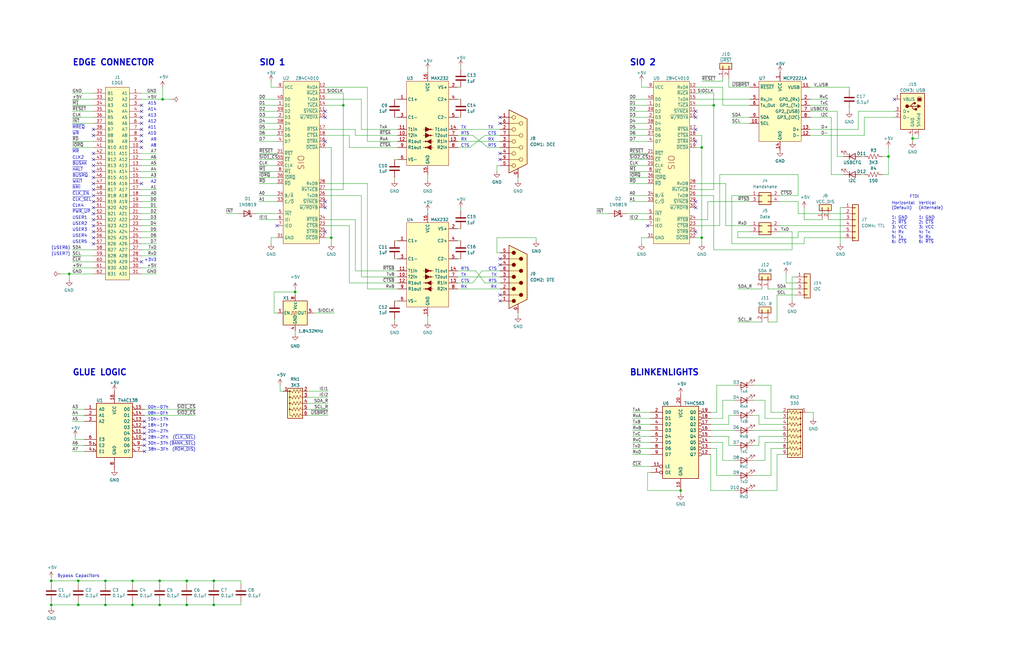
<source format=kicad_sch>
(kicad_sch (version 20211123) (generator eeschema)
  (paper "USLedger")
  (title_block (title "Quad serial card") (date "2023-08-03") (rev "1.1") (company "Frederic Segard") (comment 1 "youtube.com/@microhobbyist.com"))
  (junction (at 78.74 255.27))
  (junction (at 287.02 207.01))
  (junction (at 44.45 245.11))
  (junction (at 55.88 245.11))
  (junction (at 90.17 255.27))
  (junction (at 29.21 115.57))
  (junction (at 21.59 245.11))
  (junction (at 374.65 66.04))
  (junction (at 90.17 245.11))
  (junction (at 44.45 255.27))
  (junction (at 144.78 44.45))
  (junction (at 78.74 245.11))
  (junction (at 124.46 123.19))
  (junction (at 68.58 41.91))
  (junction (at 33.02 245.11))
  (junction (at 295.91 62.23))
  (junction (at 21.59 255.27))
  (junction (at 300.99 44.45))
  (junction (at 67.31 255.27))
  (junction (at 67.31 245.11))
  (junction (at 139.7 100.33))
  (junction (at 33.02 255.27))
  (junction (at 384.81 58.42))
  (junction (at 295.91 100.33))
  (junction (at 55.88 255.27))
  (no_connect (at 377.19 41.91))
  (no_connect (at 59.69 44.45))
  (no_connect (at 39.37 74.93))
  (no_connect (at 39.37 64.77))
  (no_connect (at 59.69 49.53))
  (no_connect (at 60.96 190.5))
  (no_connect (at 59.69 46.99))
  (no_connect (at 137.16 59.69))
  (no_connect (at 293.37 54.61))
  (no_connect (at 39.37 77.47))
  (no_connect (at 39.37 95.25))
  (no_connect (at 210.82 127))
  (no_connect (at 59.69 52.07))
  (no_connect (at 293.37 87.63))
  (no_connect (at 210.82 109.22))
  (no_connect (at 293.37 49.53))
  (no_connect (at 293.37 59.69))
  (no_connect (at 293.37 85.09))
  (no_connect (at 39.37 69.85))
  (no_connect (at 39.37 90.17))
  (no_connect (at 60.96 182.88))
  (no_connect (at 59.69 54.61))
  (no_connect (at 59.69 59.69))
  (no_connect (at 210.82 52.07))
  (no_connect (at 137.16 97.79))
  (no_connect (at 39.37 54.61))
  (no_connect (at 210.82 67.31))
  (no_connect (at 39.37 82.55))
  (no_connect (at 59.69 110.49))
  (no_connect (at 59.69 57.15))
  (no_connect (at 210.82 111.76))
  (no_connect (at 60.96 185.42))
  (no_connect (at 137.16 87.63))
  (no_connect (at 293.37 46.99))
  (no_connect (at 137.16 49.53))
  (no_connect (at 210.82 64.77))
  (no_connect (at 60.96 187.96))
  (no_connect (at 273.05 95.25))
  (no_connect (at 137.16 46.99))
  (no_connect (at 39.37 102.87))
  (no_connect (at 39.37 92.71))
  (no_connect (at 39.37 100.33))
  (no_connect (at 39.37 85.09))
  (no_connect (at 39.37 97.79))
  (no_connect (at 116.84 95.25))
  (no_connect (at 293.37 97.79))
  (no_connect (at 59.69 62.23))
  (no_connect (at 210.82 124.46))
  (no_connect (at 39.37 87.63))
  (no_connect (at 137.16 85.09))
  (no_connect (at 60.96 177.8))
  (no_connect (at 59.69 77.47))
  (no_connect (at 39.37 67.31))
  (no_connect (at 39.37 72.39))
  (no_connect (at 39.37 80.01))
  (no_connect (at 60.96 180.34))
  (no_connect (at 210.82 49.53))
  (no_connect (at 39.37 57.15))
  (wire (pts (xy 115.57 132.08) (xy 116.84 132.08)))
  (wire (pts (xy 30.48 39.37) (xy 39.37 39.37)))
  (wire (pts (xy 265.43 52.07) (xy 273.05 52.07)))
  (wire (pts (xy 293.37 100.33) (xy 295.91 100.33)))
  (wire (pts (xy 273.05 199.39) (xy 273.05 207.01)))
  (wire (pts (xy 124.46 123.19) (xy 124.46 124.46)))
  (wire (pts (xy 353.06 66.04) (xy 355.6 66.04)))
  (wire (pts (xy 316.23 85.09) (xy 298.45 85.09)))
  (wire (pts (xy 193.04 114.3) (xy 200.66 114.3)))
  (wire (pts (xy 265.43 44.45) (xy 273.05 44.45)))
  (wire (pts (xy 200.66 114.3) (xy 204.47 119.38)))
  (wire (pts (xy 137.16 80.01) (xy 144.78 80.01)))
  (wire (pts (xy 299.72 179.07) (xy 307.34 179.07)))
  (wire (pts (xy 59.69 95.25) (xy 66.04 95.25)))
  (wire (pts (xy 335.28 116.84) (xy 334.01 116.84)))
  (wire (pts (xy 320.04 179.07) (xy 320.04 175.26)))
  (wire (pts (xy 218.44 132.08) (xy 218.44 133.35)))
  (wire (pts (xy 180.34 29.21) (xy 180.34 30.48)))
  (wire (pts (xy 307.34 36.83) (xy 316.23 36.83)))
  (wire (pts (xy 147.32 95.25) (xy 147.32 119.38)))
  (wire (pts (xy 137.16 57.15) (xy 147.32 57.15)))
  (wire (pts (xy 218.44 74.93) (xy 218.44 76.2)))
  (wire (pts (xy 226.06 100.33) (xy 209.55 100.33)))
  (wire (pts (xy 328.93 82.55) (xy 336.55 82.55)))
  (wire (pts (xy 109.22 67.31) (xy 116.84 67.31)))
  (wire (pts (xy 304.8 36.83) (xy 293.37 36.83)))
  (wire (pts (xy 55.88 254) (xy 55.88 255.27)))
  (wire (pts (xy 137.16 100.33) (xy 139.7 100.33)))
  (wire (pts (xy 101.6 254) (xy 101.6 255.27)))
  (wire (pts (xy 307.34 175.26) (xy 309.88 175.26)))
  (wire (pts (xy 193.04 59.69) (xy 210.82 59.69)))
  (wire (pts (xy 147.32 62.23) (xy 147.32 57.15)))
  (wire (pts (xy 101.6 245.11) (xy 90.17 245.11)))
  (wire (pts (xy 307.34 179.07) (xy 307.34 175.26)))
  (wire (pts (xy 59.69 105.41) (xy 66.04 105.41)))
  (wire (pts (xy 90.17 255.27) (xy 101.6 255.27)))
  (wire (pts (xy 59.69 69.85) (xy 66.04 69.85)))
  (wire (pts (xy 21.59 254) (xy 21.59 255.27)))
  (wire (pts (xy 358.14 36.83) (xy 341.63 36.83)))
  (wire (pts (xy 325.12 173.99) (xy 325.12 162.56)))
  (wire (pts (xy 67.31 245.11) (xy 55.88 245.11)))
  (wire (pts (xy 109.22 82.55) (xy 116.84 82.55)))
  (wire (pts (xy 273.05 199.39) (xy 274.32 199.39)))
  (wire (pts (xy 137.16 41.91) (xy 152.4 41.91)))
  (wire (pts (xy 293.37 44.45) (xy 300.99 44.45)))
  (wire (pts (xy 29.21 115.57) (xy 39.37 115.57)))
  (wire (pts (xy 341.63 49.53) (xy 350.52 49.53)))
  (wire (pts (xy 265.43 77.47) (xy 273.05 77.47)))
  (wire (pts (xy 144.78 44.45) (xy 144.78 80.01)))
  (wire (pts (xy 193.04 62.23) (xy 198.12 62.23)))
  (wire (pts (xy 193.04 54.61) (xy 210.82 54.61)))
  (wire (pts (xy 114.3 100.33) (xy 114.3 102.87)))
  (wire (pts (xy 266.7 189.23) (xy 274.32 189.23)))
  (wire (pts (xy 350.52 73.66) (xy 355.6 73.66)))
  (wire (pts (xy 307.34 184.15) (xy 307.34 187.96)))
  (wire (pts (xy 33.02 245.11) (xy 21.59 245.11)))
  (wire (pts (xy 31.75 185.42) (xy 35.56 185.42)))
  (wire (pts (xy 193.04 119.38) (xy 199.39 119.38)))
  (wire (pts (xy 109.22 41.91) (xy 116.84 41.91)))
  (wire (pts (xy 384.81 58.42) (xy 384.81 59.69)))
  (wire (pts (xy 325.12 162.56) (xy 317.5 162.56)))
  (wire (pts (xy 304.8 186.69) (xy 304.8 194.31)))
  (wire (pts (xy 193.04 101.6) (xy 194.31 101.6)))
  (wire (pts (xy 137.16 39.37) (xy 144.78 39.37)))
  (wire (pts (xy 341.63 41.91) (xy 349.25 41.91)))
  (wire (pts (xy 109.22 64.77) (xy 116.84 64.77)))
  (wire (pts (xy 361.95 46.99) (xy 377.19 46.99)))
  (wire (pts (xy 320.04 187.96) (xy 317.5 187.96)))
  (wire (pts (xy 358.14 36.83) (xy 358.14 38.1)))
  (wire (pts (xy 59.69 102.87) (xy 66.04 102.87)))
  (wire (pts (xy 266.7 176.53) (xy 274.32 176.53)))
  (wire (pts (xy 44.45 255.27) (xy 55.88 255.27)))
  (wire (pts (xy 316.23 95.25) (xy 306.07 95.25)))
  (wire (pts (xy 59.69 92.71) (xy 66.04 92.71)))
  (wire (pts (xy 90.17 254) (xy 90.17 255.27)))
  (wire (pts (xy 67.31 246.38) (xy 67.31 245.11)))
  (wire (pts (xy 30.48 44.45) (xy 39.37 44.45)))
  (wire (pts (xy 129.54 165.1) (xy 138.43 165.1)))
  (wire (pts (xy 336.55 100.33) (xy 336.55 97.79)))
  (wire (pts (xy 336.55 85.09) (xy 336.55 90.17)))
  (wire (pts (xy 33.02 255.27) (xy 44.45 255.27)))
  (wire (pts (xy 167.64 62.23) (xy 147.32 62.23)))
  (wire (pts (xy 308.61 49.53) (xy 316.23 49.53)))
  (wire (pts (xy 226.06 101.6) (xy 226.06 100.33)))
  (wire (pts (xy 321.31 135.89) (xy 311.15 135.89)))
  (wire (pts (xy 384.81 57.15) (xy 384.81 58.42)))
  (wire (pts (xy 295.91 100.33) (xy 295.91 102.87)))
  (wire (pts (xy 59.69 100.33) (xy 66.04 100.33)))
  (wire (pts (xy 30.48 59.69) (xy 39.37 59.69)))
  (wire (pts (xy 55.88 255.27) (xy 67.31 255.27)))
  (wire (pts (xy 152.4 41.91) (xy 152.4 54.61)))
  (wire (pts (xy 209.55 69.85) (xy 209.55 72.39)))
  (wire (pts (xy 78.74 255.27) (xy 90.17 255.27)))
  (wire (pts (xy 265.43 67.31) (xy 273.05 67.31)))
  (wire (pts (xy 328.93 95.25) (xy 355.6 95.25)))
  (wire (pts (xy 149.86 92.71) (xy 149.86 114.3)))
  (wire (pts (xy 67.31 254) (xy 67.31 255.27)))
  (wire (pts (xy 341.63 44.45) (xy 349.25 44.45)))
  (wire (pts (xy 59.69 41.91) (xy 68.58 41.91)))
  (wire (pts (xy 287.02 207.01) (xy 287.02 208.28)))
  (wire (pts (xy 273.05 36.83) (xy 270.51 36.83)))
  (wire (pts (xy 322.58 176.53) (xy 322.58 168.91)))
  (wire (pts (xy 124.46 121.92) (xy 124.46 123.19)))
  (wire (pts (xy 180.34 88.9) (xy 180.34 90.17)))
  (wire (pts (xy 264.16 90.17) (xy 273.05 90.17)))
  (wire (pts (xy 273.05 92.71) (xy 265.43 92.71)))
  (wire (pts (xy 30.48 177.8) (xy 35.56 177.8)))
  (wire (pts (xy 167.64 57.15) (xy 149.86 57.15)))
  (wire (pts (xy 306.07 77.47) (xy 293.37 77.47)))
  (wire (pts (xy 265.43 46.99) (xy 273.05 46.99)))
  (wire (pts (xy 193.04 36.83) (xy 194.31 36.83)))
  (wire (pts (xy 44.45 245.11) (xy 33.02 245.11)))
  (wire (pts (xy 109.22 74.93) (xy 116.84 74.93)))
  (wire (pts (xy 270.51 100.33) (xy 270.51 102.87)))
  (wire (pts (xy 101.6 246.38) (xy 101.6 245.11)))
  (wire (pts (xy 198.12 62.23) (xy 204.47 57.15)))
  (wire (pts (xy 21.59 255.27) (xy 33.02 255.27)))
  (wire (pts (xy 334.01 116.84) (xy 334.01 127)))
  (wire (pts (xy 320.04 175.26) (xy 317.5 175.26)))
  (wire (pts (xy 124.46 123.19) (xy 115.57 123.19)))
  (wire (pts (xy 299.72 189.23) (xy 302.26 189.23)))
  (wire (pts (xy 335.28 121.92) (xy 323.85 121.92)))
  (wire (pts (xy 204.47 119.38) (xy 210.82 119.38)))
  (wire (pts (xy 266.7 186.69) (xy 274.32 186.69)))
  (wire (pts (xy 21.59 245.11) (xy 21.59 246.38)))
  (wire (pts (xy 59.69 90.17) (xy 66.04 90.17)))
  (wire (pts (xy 209.55 100.33) (xy 209.55 106.68)))
  (wire (pts (xy 303.53 73.66) (xy 303.53 95.25)))
  (wire (pts (xy 109.22 46.99) (xy 116.84 46.99)))
  (wire (pts (xy 336.55 82.55) (xy 336.55 73.66)))
  (wire (pts (xy 387.35 58.42) (xy 384.81 58.42)))
  (wire (pts (xy 109.22 77.47) (xy 116.84 77.47)))
  (wire (pts (xy 193.04 109.22) (xy 194.31 109.22)))
  (wire (pts (xy 118.11 162.56) (xy 118.11 165.1)))
  (wire (pts (xy 336.55 90.17) (xy 355.6 90.17)))
  (wire (pts (xy 321.31 121.92) (xy 311.15 121.92)))
  (wire (pts (xy 304.8 34.29) (xy 304.8 33.02)))
  (wire (pts (xy 316.23 44.45) (xy 304.8 44.45)))
  (wire (pts (xy 336.55 97.79) (xy 355.6 97.79)))
  (wire (pts (xy 166.37 109.22) (xy 167.64 109.22)))
  (wire (pts (xy 330.2 189.23) (xy 325.12 189.23)))
  (wire (pts (xy 265.43 59.69) (xy 273.05 59.69)))
  (wire (pts (xy 311.15 97.79) (xy 316.23 97.79)))
  (wire (pts (xy 210.82 69.85) (xy 209.55 69.85)))
  (wire (pts (xy 358.14 45.72) (xy 358.14 46.99)))
  (wire (pts (xy 109.22 85.09) (xy 116.84 85.09)))
  (wire (pts (xy 166.37 67.31) (xy 167.64 67.31)))
  (wire (pts (xy 363.22 73.66) (xy 364.49 73.66)))
  (wire (pts (xy 330.2 173.99) (xy 325.12 173.99)))
  (wire (pts (xy 266.7 191.77) (xy 274.32 191.77)))
  (wire (pts (xy 341.63 46.99) (xy 353.06 46.99)))
  (wire (pts (xy 90.17 246.38) (xy 90.17 245.11)))
  (wire (pts (xy 129.54 172.72) (xy 138.43 172.72)))
  (wire (pts (xy 293.37 80.01) (xy 300.99 80.01)))
  (wire (pts (xy 129.54 175.26) (xy 138.43 175.26)))
  (wire (pts (xy 78.74 254) (xy 78.74 255.27)))
  (wire (pts (xy 21.59 255.27) (xy 21.59 256.54)))
  (wire (pts (xy 44.45 246.38) (xy 44.45 245.11)))
  (wire (pts (xy 266.7 173.99) (xy 274.32 173.99)))
  (wire (pts (xy 266.7 181.61) (xy 274.32 181.61)))
  (wire (pts (xy 299.72 191.77) (xy 299.72 207.01)))
  (wire (pts (xy 115.57 123.19) (xy 115.57 132.08)))
  (wire (pts (xy 30.48 172.72) (xy 35.56 172.72)))
  (wire (pts (xy 154.94 121.92) (xy 167.64 121.92)))
  (wire (pts (xy 361.95 54.61) (xy 361.95 46.99)))
  (wire (pts (xy 193.04 49.53) (xy 194.31 49.53)))
  (wire (pts (xy 78.74 246.38) (xy 78.74 245.11)))
  (wire (pts (xy 327.66 191.77) (xy 327.66 207.01)))
  (wire (pts (xy 194.31 87.63) (xy 194.31 88.9)))
  (wire (pts (xy 109.22 49.53) (xy 116.84 49.53)))
  (wire (pts (xy 353.06 46.99) (xy 353.06 66.04)))
  (wire (pts (xy 194.31 27.94) (xy 194.31 29.21)))
  (wire (pts (xy 209.55 106.68) (xy 210.82 106.68)))
  (wire (pts (xy 265.43 57.15) (xy 273.05 57.15)))
  (wire (pts (xy 364.49 57.15) (xy 364.49 49.53)))
  (wire (pts (xy 59.69 64.77) (xy 66.04 64.77)))
  (wire (pts (xy 210.82 62.23) (xy 205.74 62.23)))
  (wire (pts (xy 129.54 167.64) (xy 138.43 167.64)))
  (wire (pts (xy 166.37 127) (xy 167.64 127)))
  (wire (pts (xy 137.16 82.55) (xy 152.4 82.55)))
  (wire (pts (xy 265.43 49.53) (xy 273.05 49.53)))
  (wire (pts (xy 137.16 77.47) (xy 154.94 77.47)))
  (wire (pts (xy 193.04 96.52) (xy 194.31 96.52)))
  (wire (pts (xy 166.37 49.53) (xy 167.64 49.53)))
  (wire (pts (xy 302.26 189.23) (xy 302.26 200.66)))
  (wire (pts (xy 33.02 254) (xy 33.02 255.27)))
  (wire (pts (xy 59.69 74.93) (xy 66.04 74.93)))
  (wire (pts (xy 317.5 181.61) (xy 330.2 181.61)))
  (wire (pts (xy 374.65 62.23) (xy 374.65 66.04)))
  (wire (pts (xy 304.8 176.53) (xy 304.8 168.91)))
  (wire (pts (xy 30.48 175.26) (xy 35.56 175.26)))
  (wire (pts (xy 265.43 74.93) (xy 273.05 74.93)))
  (wire (pts (xy 299.72 181.61) (xy 309.88 181.61)))
  (wire (pts (xy 330.2 186.69) (xy 322.58 186.69)))
  (wire (pts (xy 299.72 184.15) (xy 307.34 184.15)))
  (wire (pts (xy 166.37 41.91) (xy 167.64 41.91)))
  (wire (pts (xy 154.94 77.47) (xy 154.94 121.92)))
  (wire (pts (xy 331.47 115.57) (xy 331.47 119.38)))
  (wire (pts (xy 265.43 69.85) (xy 273.05 69.85)))
  (wire (pts (xy 29.21 115.57) (xy 29.21 118.11)))
  (wire (pts (xy 316.23 82.55) (xy 308.61 82.55)))
  (wire (pts (xy 323.85 135.89) (xy 327.66 135.89)))
  (wire (pts (xy 339.09 102.87) (xy 339.09 100.33)))
  (wire (pts (xy 303.53 95.25) (xy 293.37 95.25)))
  (wire (pts (xy 35.56 187.96) (xy 30.48 187.96)))
  (wire (pts (xy 59.69 87.63) (xy 66.04 87.63)))
  (wire (pts (xy 152.4 116.84) (xy 167.64 116.84)))
  (wire (pts (xy 327.66 135.89) (xy 327.66 124.46)))
  (wire (pts (xy 304.8 44.45) (xy 304.8 36.83)))
  (wire (pts (xy 306.07 95.25) (xy 306.07 77.47)))
  (wire (pts (xy 372.11 73.66) (xy 374.65 73.66)))
  (wire (pts (xy 60.96 175.26) (xy 82.55 175.26)))
  (wire (pts (xy 302.26 200.66) (xy 309.88 200.66)))
  (wire (pts (xy 116.84 100.33) (xy 114.3 100.33)))
  (wire (pts (xy 59.69 113.03) (xy 66.04 113.03)))
  (wire (pts (xy 307.34 33.02) (xy 307.34 36.83)))
  (wire (pts (xy 59.69 85.09) (xy 66.04 85.09)))
  (wire (pts (xy 335.28 119.38) (xy 331.47 119.38)))
  (wire (pts (xy 265.43 85.09) (xy 273.05 85.09)))
  (wire (pts (xy 59.69 39.37) (xy 66.04 39.37)))
  (wire (pts (xy 25.4 115.57) (xy 29.21 115.57)))
  (wire (pts (xy 330.2 176.53) (xy 322.58 176.53)))
  (wire (pts (xy 265.43 54.61) (xy 273.05 54.61)))
  (wire (pts (xy 166.37 74.93) (xy 166.37 76.2)))
  (wire (pts (xy 300.99 105.41) (xy 300.99 82.55)))
  (wire (pts (xy 193.04 57.15) (xy 199.39 57.15)))
  (wire (pts (xy 109.22 57.15) (xy 116.84 57.15)))
  (wire (pts (xy 341.63 57.15) (xy 364.49 57.15)))
  (wire (pts (xy 325.12 200.66) (xy 317.5 200.66)))
  (wire (pts (xy 59.69 72.39) (xy 66.04 72.39)))
  (wire (pts (xy 328.93 97.79) (xy 334.01 97.79)))
  (wire (pts (xy 90.17 245.11) (xy 78.74 245.11)))
  (wire (pts (xy 149.86 54.61) (xy 137.16 54.61)))
  (wire (pts (xy 68.58 36.83) (xy 68.58 41.91)))
  (wire (pts (xy 339.09 87.63) (xy 339.09 92.71)))
  (wire (pts (xy 193.04 121.92) (xy 210.82 121.92)))
  (wire (pts (xy 265.43 72.39) (xy 273.05 72.39)))
  (wire (pts (xy 137.16 36.83) (xy 154.94 36.83)))
  (wire (pts (xy 346.71 92.71) (xy 339.09 92.71)))
  (wire (pts (xy 293.37 41.91) (xy 316.23 41.91)))
  (wire (pts (xy 180.34 135.89) (xy 180.34 133.35)))
  (wire (pts (xy 251.46 90.17) (xy 256.54 90.17)))
  (wire (pts (xy 55.88 245.11) (xy 44.45 245.11)))
  (wire (pts (xy 204.47 57.15) (xy 210.82 57.15)))
  (wire (pts (xy 334.01 105.41) (xy 300.99 105.41)))
  (wire (pts (xy 302.26 162.56) (xy 309.88 162.56)))
  (wire (pts (xy 137.16 92.71) (xy 149.86 92.71)))
  (wire (pts (xy 147.32 119.38) (xy 167.64 119.38)))
  (wire (pts (xy 330.2 179.07) (xy 320.04 179.07)))
  (wire (pts (xy 293.37 57.15) (xy 295.91 57.15)))
  (wire (pts (xy 266.7 196.85) (xy 274.32 196.85)))
  (wire (pts (xy 300.99 39.37) (xy 300.99 44.45)))
  (wire (pts (xy 137.16 44.45) (xy 144.78 44.45)))
  (wire (pts (xy 114.3 34.29) (xy 114.3 36.83)))
  (wire (pts (xy 354.33 87.63) (xy 354.33 102.87)))
  (wire (pts (xy 265.43 41.91) (xy 273.05 41.91)))
  (wire (pts (xy 299.72 176.53) (xy 304.8 176.53)))
  (wire (pts (xy 60.96 172.72) (xy 82.55 172.72)))
  (wire (pts (xy 152.4 82.55) (xy 152.4 116.84)))
  (wire (pts (xy 116.84 92.71) (xy 109.22 92.71)))
  (wire (pts (xy 299.72 186.69) (xy 304.8 186.69)))
  (wire (pts (xy 295.91 62.23) (xy 295.91 100.33)))
  (wire (pts (xy 298.45 85.09) (xy 298.45 92.71)))
  (wire (pts (xy 30.48 190.5) (xy 35.56 190.5)))
  (wire (pts (xy 109.22 44.45) (xy 116.84 44.45)))
  (wire (pts (xy 304.8 168.91) (xy 309.88 168.91)))
  (wire (pts (xy 320.04 184.15) (xy 320.04 187.96)))
  (wire (pts (xy 132.08 132.08) (xy 140.97 132.08)))
  (wire (pts (xy 193.04 116.84) (xy 210.82 116.84)))
  (wire (pts (xy 273.05 100.33) (xy 270.51 100.33)))
  (wire (pts (xy 325.12 189.23) (xy 325.12 200.66)))
  (wire (pts (xy 364.49 49.53) (xy 377.19 49.53)))
  (wire (pts (xy 78.74 245.11) (xy 67.31 245.11)))
  (wire (pts (xy 299.72 173.99) (xy 302.26 173.99)))
  (wire (pts (xy 327.66 207.01) (xy 317.5 207.01)))
  (wire (pts (xy 307.34 187.96) (xy 309.88 187.96)))
  (wire (pts (xy 265.43 64.77) (xy 273.05 64.77)))
  (wire (pts (xy 149.86 57.15) (xy 149.86 54.61)))
  (wire (pts (xy 30.48 52.07) (xy 39.37 52.07)))
  (wire (pts (xy 59.69 107.95) (xy 66.04 107.95)))
  (wire (pts (xy 266.7 179.07) (xy 274.32 179.07)))
  (wire (pts (xy 300.99 82.55) (xy 293.37 82.55)))
  (wire (pts (xy 287.02 207.01) (xy 273.05 207.01)))
  (wire (pts (xy 339.09 100.33) (xy 355.6 100.33)))
  (wire (pts (xy 139.7 100.33) (xy 139.7 102.87)))
  (wire (pts (xy 149.86 114.3) (xy 167.64 114.3)))
  (wire (pts (xy 293.37 62.23) (xy 295.91 62.23)))
  (wire (pts (xy 30.48 62.23) (xy 39.37 62.23)))
  (wire (pts (xy 322.58 194.31) (xy 317.5 194.31)))
  (wire (pts (xy 293.37 39.37) (xy 300.99 39.37)))
  (wire (pts (xy 166.37 101.6) (xy 167.64 101.6)))
  (wire (pts (xy 31.75 184.15) (xy 31.75 185.42)))
  (wire (pts (xy 374.65 73.66) (xy 374.65 66.04)))
  (wire (pts (xy 299.72 207.01) (xy 309.88 207.01)))
  (wire (pts (xy 327.66 124.46) (xy 335.28 124.46)))
  (wire (pts (xy 59.69 115.57) (xy 66.04 115.57)))
  (wire (pts (xy 193.04 41.91) (xy 194.31 41.91)))
  (wire (pts (xy 118.11 165.1) (xy 119.38 165.1)))
  (wire (pts (xy 109.22 52.07) (xy 116.84 52.07)))
  (wire (pts (xy 152.4 54.61) (xy 167.64 54.61)))
  (wire (pts (xy 355.6 87.63) (xy 354.33 87.63)))
  (wire (pts (xy 95.25 90.17) (xy 100.33 90.17)))
  (wire (pts (xy 30.48 105.41) (xy 39.37 105.41)))
  (wire (pts (xy 308.61 52.07) (xy 316.23 52.07)))
  (wire (pts (xy 107.95 90.17) (xy 116.84 90.17)))
  (wire (pts (xy 33.02 246.38) (xy 33.02 245.11)))
  (wire (pts (xy 300.99 44.45) (xy 300.99 80.01)))
  (wire (pts (xy 203.2 114.3) (xy 199.39 119.38)))
  (wire (pts (xy 210.82 114.3) (xy 203.2 114.3)))
  (wire (pts (xy 364.49 66.04) (xy 363.22 66.04)))
  (wire (pts (xy 304.8 194.31) (xy 309.88 194.31)))
  (wire (pts (xy 336.55 73.66) (xy 303.53 73.66)))
  (wire (pts (xy 129.54 170.18) (xy 138.43 170.18)))
  (wire (pts (xy 59.69 82.55) (xy 66.04 82.55)))
  (wire (pts (xy 180.34 76.2) (xy 180.34 73.66)))
  (wire (pts (xy 322.58 186.69) (xy 322.58 194.31)))
  (wire (pts (xy 308.61 82.55) (xy 308.61 102.87)))
  (wire (pts (xy 298.45 92.71) (xy 293.37 92.71)))
  (wire (pts (xy 340.36 173.99) (xy 342.9 173.99)))
  (wire (pts (xy 334.01 97.79) (xy 334.01 105.41)))
  (wire (pts (xy 21.59 243.84) (xy 21.59 245.11)))
  (wire (pts (xy 295.91 57.15) (xy 295.91 62.23)))
  (wire (pts (xy 137.16 95.25) (xy 147.32 95.25)))
  (wire (pts (xy 322.58 168.91) (xy 317.5 168.91)))
  (wire (pts (xy 342.9 173.99) (xy 342.9 176.53)))
  (wire (pts (xy 341.63 54.61) (xy 361.95 54.61)))
  (wire (pts (xy 44.45 254) (xy 44.45 255.27)))
  (wire (pts (xy 139.7 62.23) (xy 139.7 100.33)))
  (wire (pts (xy 30.48 41.91) (xy 39.37 41.91)))
  (wire (pts (xy 109.22 59.69) (xy 116.84 59.69)))
  (wire (pts (xy 308.61 102.87) (xy 339.09 102.87)))
  (wire (pts (xy 270.51 34.29) (xy 270.51 36.83)))
  (wire (pts (xy 116.84 36.83) (xy 114.3 36.83)))
  (wire (pts (xy 387.35 57.15) (xy 387.35 58.42)))
  (wire (pts (xy 311.15 97.79) (xy 311.15 100.33)))
  (wire (pts (xy 137.16 62.23) (xy 139.7 62.23)))
  (wire (pts (xy 30.48 110.49) (xy 39.37 110.49)))
  (wire (pts (xy 144.78 39.37) (xy 144.78 44.45)))
  (wire (pts (xy 30.48 46.99) (xy 39.37 46.99)))
  (wire (pts (xy 109.22 54.61) (xy 116.84 54.61)))
  (wire (pts (xy 55.88 246.38) (xy 55.88 245.11)))
  (wire (pts (xy 72.39 41.91) (xy 68.58 41.91)))
  (wire (pts (xy 154.94 59.69) (xy 154.94 36.83)))
  (wire (pts (xy 166.37 134.62) (xy 166.37 135.89)))
  (wire (pts (xy 59.69 97.79) (xy 66.04 97.79)))
  (wire (pts (xy 349.25 92.71) (xy 355.6 92.71)))
  (wire (pts (xy 330.2 191.77) (xy 327.66 191.77)))
  (wire (pts (xy 311.15 100.33) (xy 336.55 100.33)))
  (wire (pts (xy 109.22 69.85) (xy 116.84 69.85)))
  (wire (pts (xy 350.52 49.53) (xy 350.52 73.66)))
  (wire (pts (xy 30.48 107.95) (xy 39.37 107.95)))
  (wire (pts (xy 59.69 67.31) (xy 66.04 67.31)))
  (wire (pts (xy 328.93 85.09) (xy 336.55 85.09)))
  (wire (pts (xy 302.26 173.99) (xy 302.26 162.56)))
  (wire (pts (xy 67.31 255.27) (xy 78.74 255.27)))
  (wire (pts (xy 266.7 184.15) (xy 274.32 184.15)))
  (wire (pts (xy 59.69 80.01) (xy 66.04 80.01)))
  (wire (pts (xy 124.46 140.97) (xy 124.46 139.7)))
  (wire (pts (xy 30.48 113.03) (xy 39.37 113.03)))
  (wire (pts (xy 30.48 49.53) (xy 39.37 49.53)))
  (wire (pts (xy 295.91 34.29) (xy 304.8 34.29)))
  (wire (pts (xy 330.2 184.15) (xy 320.04 184.15)))
  (wire (pts (xy 265.43 82.55) (xy 273.05 82.55)))
  (wire (pts (xy 154.94 59.69) (xy 167.64 59.69)))
  (wire (pts (xy 374.65 66.04) (xy 372.11 66.04)))
  (wire (pts (xy 109.22 72.39) (xy 116.84 72.39)))
  (wire (pts (xy 205.74 62.23) (xy 199.39 57.15)))
  (text "CTS" (at 194.31 62.23 0) (effects (font (size 1.27 1.27)) (justify left bottom)))
  (text "08h-0Fh" (at 62.23 175.26 0) (effects (font (size 1.27 1.27)) (justify left bottom)))
  (text "RX" (at 194.31 59.69 0) (effects (font (size 1.27 1.27)) (justify left bottom)))
  (text "USER5" (at 30.4623 102.858 0) (effects (font (size 1.27 1.27)) (justify left bottom)))
  (text "38h-3Fh" (at 71.12 190.5 180) (effects (font (size 1.27 1.27)) (justify right bottom)))
  (text "SIO 1" (at 109.22 27.94 0) (effects (font (size 2.54 2.54) (thickness 0.508) bold) (justify left bottom)))
  (text "GLUE LOGIC" (at 30.48 158.75 0) (effects (font (size 2.54 2.54) (thickness 0.508) bold) (justify left bottom)))
  (text "~{BUSAK}" (at 30.48 69.85 0) (effects (font (size 1.27 1.27)) (justify left bottom)))
  (text "Horizontal\n(Default)\n\n1: GND\n2: ~{RTS}\n3: VCC\n4: Rx\n5: Tx\n6: ~{CTS}" (at 375.92 102.87 0) (effects (font (size 1.27 1.27)) (justify left bottom)))
  (text "(~{CLK_SEL})" (at 82.55 185.42 180) (effects (font (size 1.27 1.27)) (justify right bottom)))
  (text "RX" (at 194.31 121.92 0) (effects (font (size 1.27 1.27)) (justify left bottom)))
  (text "+3V3" (at 66.04 110.49 180) (effects (font (size 1.27 1.27)) (justify right bottom)))
  (text "00h-07h" (at 62.23 172.72 0) (effects (font (size 1.27 1.27)) (justify left bottom)))
  (text "CTS" (at 194.31 119.38 0) (effects (font (size 1.27 1.27)) (justify left bottom)))
  (text "~{WR}" (at 30.48 57.15 0) (effects (font (size 1.27 1.27)) (justify left bottom)))
  (text "A9" (at 66.04 59.69 180) (effects (font (size 1.27 1.27)) (justify right bottom)))
  (text "~{MR}" (at 30.4286 64.7264 0) (effects (font (size 1.27 1.27)) (justify left bottom)))
  (text "SIO 2" (at 265.43 27.94 0) (effects (font (size 2.54 2.54) (thickness 0.508) bold) (justify left bottom)))
  (text "~{MREQ}" (at 30.416 54.5448 0) (effects (font (size 1.27 1.27)) (justify left bottom)))
  (text "EDGE CONNECTOR" (at 30.48 27.94 0) (effects (font (size 2.54 2.54) (thickness 0.508) bold) (justify left bottom)))
  (text "~{HALT}" (at 30.48 72.39 0) (effects (font (size 1.27 1.27)) (justify left bottom)))
  (text "18h-1Fh" (at 62.23 180.34 0) (effects (font (size 1.27 1.27)) (justify left bottom)))
  (text "TX" (at 209.55 116.84 180) (effects (font (size 1.27 1.27)) (justify right bottom)))
  (text "TX" (at 194.31 54.61 0) (effects (font (size 1.27 1.27)) (justify left bottom)))
  (text "(~{BANK_SEL})" (at 82.55 187.96 180) (effects (font (size 1.27 1.27)) (justify right bottom)))
  (text "BLINKENLIGHTS" (at 265.43 158.75 0) (effects (font (size 2.54 2.54) (thickness 0.508) bold) (justify left bottom)))
  (text "RX" (at 205.74 59.69 0) (effects (font (size 1.27 1.27)) (justify left bottom)))
  (text "~{CLK_EN}" (at 30.48 82.55 0) (effects (font (size 1.27 1.27)) (justify left bottom)))
  (text "USER1" (at 30.4623 92.698 0) (effects (font (size 1.27 1.27)) (justify left bottom)))
  (text "~{BUSRQ}" (at 30.48 74.93 0) (effects (font (size 1.27 1.27)) (justify left bottom)))
  (text "CTS" (at 209.55 114.3 180) (effects (font (size 1.27 1.27)) (justify right bottom)))
  (text "RTS" (at 194.31 114.3 0) (effects (font (size 1.27 1.27)) (justify left bottom)))
  (text "~{WAIT}" (at 30.48 77.47 0) (effects (font (size 1.27 1.27)) (justify left bottom)))
  (text "~{PWR_UP}" (at 30.4623 90.1481 0) (effects (font (size 1.27 1.27)) (justify left bottom)))
  (text "~{CLK_SEL}" (at 30.48 85.09 0) (effects (font (size 1.27 1.27)) (justify left bottom)))
  (text "A12" (at 66.04 52.07 180) (effects (font (size 1.27 1.27)) (justify right bottom)))
  (text "A8" (at 66.04 62.23 180) (effects (font (size 1.27 1.27)) (justify right bottom)))
  (text "CTS" (at 205.74 57.15 0) (effects (font (size 1.27 1.27)) (justify left bottom)))
  (text "CLK2" (at 30.48 67.31 0) (effects (font (size 1.27 1.27)) (justify left bottom)))
  (text "RTS" (at 209.55 119.38 180) (effects (font (size 1.27 1.27)) (justify right bottom)))
  (text "30h-37h" (at 71.12 187.96 180) (effects (font (size 1.27 1.27)) (justify right bottom)))
  (text "RTS" (at 194.31 57.15 0) (effects (font (size 1.27 1.27)) (justify left bottom)))
  (text "USER2" (at 30.4623 95.238 0) (effects (font (size 1.27 1.27)) (justify left bottom)))
  (text "RX" (at 209.55 121.92 180) (effects (font (size 1.27 1.27)) (justify right bottom)))
  (text "RTS" (at 205.74 62.23 0) (effects (font (size 1.27 1.27)) (justify left bottom)))
  (text "TX" (at 205.74 54.61 0) (effects (font (size 1.27 1.27)) (justify left bottom)))
  (text "A13" (at 66.04 49.53 180) (effects (font (size 1.27 1.27)) (justify right bottom)))
  (text "(USER6)" (at 21.59 105.41 0) (effects (font (size 1.27 1.27)) (justify left bottom)))
  (text "(~{ROM_DIS})" (at 82.55 190.5 180) (effects (font (size 1.27 1.27)) (justify right bottom)))
  (text "A14" (at 66.04 46.99 180) (effects (font (size 1.27 1.27)) (justify right bottom)))
  (text "10h-17h" (at 62.23 177.8 0) (effects (font (size 1.27 1.27)) (justify left bottom)))
  (text "A10" (at 66.04 57.15 180) (effects (font (size 1.27 1.27)) (justify right bottom)))
  (text "20h-27h" (at 62.23 182.88 0) (effects (font (size 1.27 1.27)) (justify left bottom)))
  (text "USER4" (at 30.4623 100.318 0) (effects (font (size 1.27 1.27)) (justify left bottom)))
  (text "(USER7)" (at 21.59 107.95 0) (effects (font (size 1.27 1.27)) (justify left bottom)))
  (text "USER3" (at 30.4623 97.778 0) (effects (font (size 1.27 1.27)) (justify left bottom)))
  (text "Bypass Capacitors" (at 24.13 243.84 0) (effects (font (size 1.27 1.27)) (justify left bottom)))
  (text "28h-2Fh" (at 71.12 185.42 180) (effects (font (size 1.27 1.27)) (justify right bottom)))
  (text "A2" (at 66.04 77.47 180) (effects (font (size 1.27 1.27)) (justify right bottom)))
  (text "FTDI" (at 383.54 83.82 0) (effects (font (size 1.27 1.27)) (justify left bottom)))
  (text "TX" (at 194.31 116.84 0) (effects (font (size 1.27 1.27)) (justify left bottom)))
  (text "A15" (at 66.04 44.45 180) (effects (font (size 1.27 1.27)) (justify right bottom)))
  (text "CLK4" (at 30.4623 87.5982 0) (effects (font (size 1.27 1.27)) (justify left bottom)))
  (text "~{NMI}" (at 30.4286 79.9485 0) (effects (font (size 1.27 1.27)) (justify left bottom)))
  (text "Vertical\n(Alternate)\n\n1: GND\n2: ~{CTS}\n3: VCC\n4: Tx\n5: Rx\n6: ~{RTS}" (at 387.35 102.87 0) (effects (font (size 1.27 1.27)) (justify left bottom)))
  (text "A11" (at 66.04 54.61 180) (effects (font (size 1.27 1.27)) (justify right bottom)))
  (label "SIOCLK" (at 144.78 39.37 180))
  (label "D7" (at 265.43 59.69 0))
  (label "~{CTSA}" (at 160.02 62.23 0))
  (label "D1" (at 265.43 44.45 0))
  (label "A3" (at 30.48 172.72 0))
  (label "A7" (at 66.04 64.77 180))
  (label "A7" (at 30.48 190.5 0))
  (label "~{SIO2_CS}" (at 82.55 175.26 180))
  (label "+5V" (at 66.04 113.03 180))
  (label "~{RTSB}" (at 166.37 114.3 180))
  (label "~{USBRST}" (at 138.43 175.26 180))
  (label "~{RESET}" (at 295.91 34.29 0))
  (label "A0" (at 109.22 82.55 0))
  (label "~{CTSD}" (at 334.01 82.55 180))
  (label "D0" (at 66.04 85.09 180))
  (label "A6" (at 66.04 67.31 180))
  (label "+5V" (at 30.48 41.91 0))
  (label "~{CTSB}" (at 166.37 119.38 180))
  (label "D4" (at 109.22 52.07 0))
  (label "IEI2" (at 265.43 92.71 0))
  (label "A6" (at 30.48 187.96 0))
  (label "+5V" (at 30.48 113.03 0))
  (label "A1" (at 265.43 85.09 0))
  (label "D4" (at 265.43 52.07 0))
  (label "~{RD}" (at 265.43 77.47 0))
  (label "~{RESET}" (at 109.22 64.77 0))
  (label "A5" (at 30.48 177.8 0))
  (label "GND" (at 30.48 39.37 0))
  (label "A0" (at 66.04 82.55 180))
  (label "GND" (at 66.04 39.37 180))
  (label "TxD" (at 332.74 97.79 180))
  (label "~{USBRST}" (at 308.61 36.83 0))
  (label "A3" (at 66.04 74.93 180))
  (label "~{SIO1_CS}" (at 82.55 172.72 180))
  (label "RxA" (at 160.02 59.69 0))
  (label "SDA_R" (at 138.43 170.18 180))
  (label "D1" (at 109.22 44.45 0))
  (label "D7" (at 66.04 102.87 180))
  (label "TxC" (at 266.7 184.15 0))
  (label "D4" (at 66.04 95.25 180))
  (label "SIOCLK" (at 140.97 132.08 180))
  (label "TxA" (at 160.02 54.61 0))
  (label "USBCFG" (at 349.25 46.99 180))
  (label "TxB" (at 266.7 179.07 0))
  (label "SCL" (at 30.48 107.95 0))
  (label "D1" (at 66.04 87.63 180))
  (label "SCL" (at 308.61 52.07 0))
  (label "D5" (at 66.04 97.79 180))
  (label "~{IORQ}" (at 265.43 74.93 0))
  (label "RxD" (at 311.15 95.25 0))
  (label "SDA" (at 30.48 105.41 0))
  (label "SDA" (at 308.61 49.53 0))
  (label "SCL_R" (at 311.15 135.89 0))
  (label "~{M1}" (at 109.22 72.39 0))
  (label "A4" (at 66.04 72.39 180))
  (label "A1" (at 109.22 85.09 0))
  (label "A5" (at 66.04 69.85 180))
  (label "~{RTSA}" (at 160.02 57.15 0))
  (label "~{INT}" (at 30.48 52.07 0))
  (label "TxB" (at 166.37 116.84 180))
  (label "~{IORQ}" (at 109.22 74.93 0))
  (label "~{RESET}" (at 265.43 64.77 0))
  (label "RxB" (at 266.7 181.61 0))
  (label "GND" (at 30.48 115.57 0))
  (label "IEI2" (at 138.43 167.64 180))
  (label "IEI1" (at 138.43 165.1 180))
  (label "A1" (at 66.04 80.01 180))
  (label "+5V" (at 66.04 41.91 180))
  (label "CLK" (at 30.48 49.53 0))
  (label "A0" (at 265.43 82.55 0))
  (label "D0" (at 109.22 41.91 0))
  (label "~{INT}" (at 95.25 90.17 0))
  (label "TxD" (at 266.7 189.23 0))
  (label "D0" (at 265.43 41.91 0))
  (label "D3" (at 66.04 92.71 180))
  (label "CLK" (at 265.43 69.85 0))
  (label "SDA" (at 327.66 121.92 0))
  (label "SCL" (at 327.66 124.46 0))
  (label "D6" (at 265.43 57.15 0))
  (label "SDA_R" (at 311.15 121.92 0))
  (label "D3" (at 109.22 49.53 0))
  (label "~{RD}" (at 109.22 77.47 0))
  (label "~{M1}" (at 30.48 44.45 0))
  (label "D6" (at 109.22 57.15 0))
  (label "D3" (at 265.43 49.53 0))
  (label "RxA" (at 266.7 176.53 0))
  (label "D-" (at 349.25 57.15 180))
  (label "V_USB" (at 349.25 36.83 180))
  (label "D2" (at 109.22 46.99 0))
  (label "~{CLK}" (at 30.48 110.49 0))
  (label "~{SIO2_CS}" (at 265.43 67.31 0))
  (label "D6" (at 66.04 100.33 180))
  (label "D+" (at 349.25 54.61 180))
  (label "~{RESET}" (at 30.48 46.99 0))
  (label "RxC" (at 349.25 41.91 180))
  (label "~{CLK}" (at 266.7 196.85 0))
  (label "D7" (at 109.22 59.69 0))
  (label "RxB" (at 166.37 121.92 180))
  (label "~{RD}" (at 30.48 59.69 0))
  (label "RxD" (at 266.7 191.77 0))
  (label "IEI1" (at 109.22 92.71 0))
  (label "~{INT}" (at 251.46 90.17 0))
  (label "RxC" (at 266.7 186.69 0))
  (label "D5" (at 109.22 54.61 0))
  (label "~{M1}" (at 265.43 72.39 0))
  (label "SIOCLK" (at 300.99 39.37 180))
  (label "TxD" (at 66.04 105.41 180))
  (label "D2" (at 66.04 90.17 180))
  (label "TxC" (at 349.25 44.45 180))
  (label "RxD" (at 66.04 107.95 180))
  (label "I2C" (at 349.25 49.53 180))
  (label "~{IORQ}" (at 30.48 62.23 0))
  (label "GND" (at 66.04 115.57 180))
  (label "A4" (at 30.48 175.26 0))
  (label "~{RTSD}" (at 311.15 85.09 0))
  (label "CLK" (at 109.22 69.85 0))
  (label "D2" (at 265.43 46.99 0))
  (label "~{SIO1_CS}" (at 109.22 67.31 0))
  (label "SCL_R" (at 138.43 172.72 180))
  (label "D5" (at 265.43 54.61 0))
  (label "TxA" (at 266.7 173.99 0))
  (symbol (lib_id "0 - Library:ISA_CARD_CONNECTOR") (at 49.53 36.83 0) (unit 1)
    (property "Reference" "J1" (at 49.53 32.639 0))
    (property "Value" "EDGE" (at 49.53 34.9504 0))
    (property "Footprint" "0 - Library:BUS_XT" (effects hide))
    (property "Datasheet" "https://www.te.com/commerce/DocumentDelivery/DDEController?Action=showdoc&DocId=Customer+Drawing%7F5530843%7FF8%7Fpdf%7FEnglish%7FENG_CD_5530843_F8.pdf%7F6-5530843-5" (effects hide))
    (property "Description" "Standard Card Edge Connectors 100 VRT 062DP" (effects hide))
    (property "Height" "15.494" (effects hide))
    (property "Mouser Part Number" "571-6-5530843-5" (effects hide))
    (property "Mouser Price/Stock" "https://www.mouser.co.uk/ProductDetail/TE-Connectivity/6-5530843-5?qs=X1mjqRbeMc4evMKvgkFEjA%3D%3D" (effects hide))
    (property "Manufacturer_Name" "TE Connectivity" (effects hide))
    (property "Manufacturer_Part_Number" "6-5530843-5" (effects hide))
  )
  (symbol (lib_id "power:GND") (at 114.3 102.87 0) (unit 1)
    (property "Reference" "#PWR010" (effects hide))
    (property "Value" "GND" (at 114.3 107.3134 0))
  )
  (symbol (lib_id "Device:C") (at 67.31 250.19 0) (unit 1)
    (property "Reference" "C5" (at 70.231 249.0216 0) (effects (justify left)))
    (property "Value" "0.1µF" (at 70.231 251.333 0) (effects (justify left)))
    (property "Footprint" "Capacitor_THT:C_Disc_D3.0mm_W1.6mm_P2.50mm" (effects hide))
  )
  (symbol (lib_id "Connector_Generic:Conn_01x02") (at 346.71 87.63 90) (unit 1)
    (property "Reference" "J6" (at 347.98 82.55 90))
    (property "Value" "VCC_DIS" (at 347.98 85.09 90))
    (property "Footprint" "Connector_PinHeader_2.54mm:PinHeader_1x02_P2.54mm_Vertical" (effects hide))
  )
  (symbol (lib_id "power:GND") (at 166.37 135.89 0) (unit 1)
    (property "Reference" "#PWR015" (effects hide))
    (property "Value" "GND" (at 166.37 140.3334 0))
  )
  (symbol (lib_id "0 - Library:74HC563") (at 287.02 186.69 0) (unit 1)
    (property "Reference" "U6" (at 279.4 170.18 0) (effects (justify left)))
    (property "Value" "74HC563" (at 288.29 170.18 0) (effects (justify left)))
    (property "Footprint" "Package_DIP:DIP-20_W7.62mm_Socket" (effects hide))
    (property "Datasheet" "74xx/74hc573.pdf" (effects hide))
  )
  (symbol (lib_id "Device:LED") (at 313.69 162.56 180) (unit 1)
    (property "Reference" "D3" (at 311.785 161.29 0) (effects (justify left)))
    (property "Value" "TxA" (at 313.69 165.1 0))
    (property "Footprint" "LED_THT:LED_D3.0mm_Horizontal_O1.27mm_Z2.0mm_Clear" (effects hide))
  )
  (symbol (lib_id "power:GND") (at 180.34 135.89 0) (unit 1)
    (property "Reference" "#PWR020" (effects hide))
    (property "Value" "GND" (at 180.34 140.3334 0))
  )
  (symbol (lib_id "Device:C") (at 101.6 250.19 0) (unit 1)
    (property "Reference" "C8" (at 104.521 249.0216 0) (effects (justify left)))
    (property "Value" "0.1µF" (at 104.521 251.333 0) (effects (justify left)))
    (property "Footprint" "Capacitor_THT:C_Disc_D3.0mm_W1.6mm_P2.50mm" (effects hide))
  )
  (symbol (lib_id "power:GND") (at 180.34 76.2 0) (unit 1)
    (property "Reference" "#PWR018" (effects hide))
    (property "Value" "GND" (at 180.34 80.6434 0))
  )
  (symbol (lib_id "Device:C") (at 44.45 250.19 0) (unit 1)
    (property "Reference" "C3" (at 47.371 249.0216 0) (effects (justify left)))
    (property "Value" "0.1µF" (at 47.371 251.333 0) (effects (justify left)))
    (property "Footprint" "Capacitor_THT:C_Disc_D3.0mm_W1.6mm_P2.50mm" (effects hide))
  )
  (symbol (lib_id "power:+5V") (at 328.93 30.48 0) (unit 1)
    (property "Reference" "#PWR034" (effects hide))
    (property "Value" "+5V" (at 328.93 26.9042 0))
  )
  (symbol (lib_id "power:GND") (at 209.55 72.39 0) (unit 1)
    (property "Reference" "#PWR024" (effects hide))
    (property "Value" "GND" (at 209.55 76.8334 0))
  )
  (symbol (lib_id "power:+5V") (at 180.34 29.21 0) (unit 1)
    (property "Reference" "#PWR017" (effects hide))
    (property "Value" "+5V" (at 180.34 25.6342 0))
  )
  (symbol (lib_id "Connector_Generic:Conn_01x02") (at 304.8 27.94 90) (unit 1)
    (property "Reference" "J10" (at 306.07 22.86 90))
    (property "Value" "~{URST}" (at 306.07 25.4 90))
    (property "Footprint" "Connector_PinHeader_2.54mm:PinHeader_1x02_P2.54mm_Vertical" (effects hide))
  )
  (symbol (lib_id "Device:LED") (at 313.69 187.96 180) (unit 1)
    (property "Reference" "D7" (at 311.785 186.69 0) (effects (justify left)))
    (property "Value" "TxC" (at 313.69 190.5 0))
    (property "Footprint" "LED_THT:LED_D3.0mm_Horizontal_O1.27mm_Z2.0mm_Clear" (effects hide))
  )
  (symbol (lib_id "Device:C") (at 166.37 105.41 0) (mirror y) (unit 1)
    (property "Reference" "C11" (at 163.449 104.2416 0) (effects (justify left)))
    (property "Value" "1uF" (at 163.449 106.553 0) (effects (justify left)))
    (property "Footprint" "Capacitor_THT:C_Disc_D3.0mm_W1.6mm_P2.50mm" (effects hide))
  )
  (symbol (lib_id "Device:C") (at 194.31 45.72 0) (unit 1)
    (property "Reference" "C14" (at 196.85 44.45 0) (effects (justify left)))
    (property "Value" "1uF" (at 196.85 46.99 0) (effects (justify left)))
    (property "Footprint" "Capacitor_THT:C_Disc_D3.0mm_W1.6mm_P2.50mm" (effects hide))
  )
  (symbol (lib_id "Oscillator:CXO_DIP8") (at 124.46 132.08 0) (unit 1)
    (property "Reference" "X1" (at 120.65 125.73 0))
    (property "Value" "1.8432MHz" (at 125.73 139.7 0) (effects (justify left)))
    (property "Footprint" "0 - Library:DIP-8-4_W7.62mm_Oscillator_Socket" (effects hide))
    (property "Datasheet" "http://cdn-reichelt.de/documents/datenblatt/B400/OSZI.pdf" (effects hide))
  )
  (symbol (lib_id "power:GND") (at 334.01 127 0) (unit 1)
    (property "Reference" "#PWR038" (effects hide))
    (property "Value" "GND" (at 334.01 131.4434 0))
  )
  (symbol (lib_id "power:+5V") (at 68.58 36.83 0) (unit 1)
    (property "Reference" "#PWR07" (effects hide))
    (property "Value" "+5V" (at 68.961 32.4358 0))
  )
  (symbol (lib_id "power:GND") (at 166.37 76.2 0) (unit 1)
    (property "Reference" "#PWR014" (effects hide))
    (property "Value" "GND" (at 166.37 80.6434 0))
  )
  (symbol (lib_id "Device:C") (at 358.14 41.91 0) (unit 1)
    (property "Reference" "C17" (at 361.061 40.7416 0) (effects (justify left)))
    (property "Value" "0.1µF" (at 361.061 43.053 0) (effects (justify left)))
    (property "Footprint" "Capacitor_THT:C_Disc_D3.0mm_W1.6mm_P2.50mm" (effects hide))
  )
  (symbol (lib_id "Device:C") (at 166.37 130.81 0) (mirror y) (unit 1)
    (property "Reference" "C12" (at 163.449 129.6416 0) (effects (justify left)))
    (property "Value" "1uF" (at 163.449 131.953 0) (effects (justify left)))
    (property "Footprint" "Capacitor_THT:C_Disc_D3.0mm_W1.6mm_P2.50mm" (effects hide))
  )
  (symbol (lib_id "power:GND") (at 354.33 102.87 0) (unit 1)
    (property "Reference" "#U02" (effects hide))
    (property "Value" "GND" (at 354.457 107.2642 0))
  )
  (symbol (lib_id "power:GND") (at 358.14 46.99 0) (unit 1)
    (property "Reference" "#PWR039" (effects hide))
    (property "Value" "GND" (at 358.14 51.4334 0))
  )
  (symbol (lib_id "power:+5V") (at 114.3 34.29 0) (unit 1)
    (property "Reference" "#PWR09" (effects hide))
    (property "Value" "+5V" (at 114.3 30.7142 0))
  )
  (symbol (lib_id "power:GND") (at 21.59 256.54 0) (unit 1)
    (property "Reference" "#PWR02" (effects hide))
    (property "Value" "GND" (at 21.717 260.9342 0))
  )
  (symbol (lib_id "power:GND") (at 287.02 208.28 0) (unit 1)
    (property "Reference" "#PWR033" (effects hide))
    (property "Value" "GND" (at 287.02 212.7234 0))
  )
  (symbol (lib_id "0_Z80_Library:MCP2221A") (at 328.93 34.29 0) (unit 1)
    (property "Reference" "U7" (at 320.04 33.02 0) (effects (justify left)))
    (property "Value" "MCP2221A" (at 330.2 33.02 0) (effects (justify left)))
    (property "Footprint" "Package_DIP:DIP-14_W7.62mm_Socket" (effects hide))
    (property "Datasheet" "https://ww1.microchip.com/downloads/aemDocuments/documents/APID/ProductDocuments/DataSheets/MCP2221A-Data-Sheet-20005565E.pdf" (effects hide))
  )
  (symbol (lib_id "Connector_Generic:Conn_01x04") (at 340.36 119.38 0) (unit 1)
    (property "Reference" "J14" (at 342.9 119.3799 0) (effects (justify left)))
    (property "Value" "I2C" (at 342.9 121.9199 0) (effects (justify left)))
    (property "Footprint" "Connector_PinHeader_2.54mm:PinHeader_1x04_P2.54mm_Horizontal" (effects hide))
  )
  (symbol (lib_id "Connector_Generic:Conn_01x06") (at 360.68 92.71 0) (unit 1)
    (property "Reference" "J7" (at 363.22 92.7099 0) (effects (justify left)))
    (property "Value" "COM4: TTL" (at 363.22 95.2499 0) (effects (justify left)))
    (property "Footprint" "Connector_PinHeader_2.54mm:PinHeader_1x06_P2.54mm_Horizontal" (effects hide))
  )
  (symbol (lib_id "power:GND") (at 384.81 59.69 0) (unit 1)
    (property "Reference" "#PWR042" (effects hide))
    (property "Value" "GND" (at 384.81 64.1334 0))
  )
  (symbol (lib_id "power:GND") (at 295.91 102.87 0) (unit 1)
    (property "Reference" "#PWR029" (effects hide))
    (property "Value" "GND" (at 295.91 107.3134 0))
  )
  (symbol (lib_id "power:GND") (at 124.46 140.97 0) (unit 1)
    (property "Reference" "#PWR013" (effects hide))
    (property "Value" "GND" (at 124.46 146.05 0))
  )
  (symbol (lib_id "power:PWR_FLAG") (at 25.4 115.57 90) (mirror x) (unit 1)
    (property "Reference" "#FLG01" (effects hide))
    (property "Value" "PWR_FLAG" (effects hide))
  )
  (symbol (lib_id "Connector:DB9_Male_MountingHoles") (at 218.44 116.84 0) (unit 1)
    (property "Reference" "J9" (at 223.52 115.5699 0) (effects (justify left)))
    (property "Value" "COM2: DTE" (at 223.52 118.1099 0) (effects (justify left)))
    (property "Footprint" "Connector_Dsub:DSUB-9_Male_Horizontal_P2.77x2.84mm_EdgePinOffset4.94mm_Housed_MountingHolesOffset7.48mm" (effects hide))
    (property "Datasheet" " ~" (effects hide))
  )
  (symbol (lib_id "Device:C") (at 55.88 250.19 0) (unit 1)
    (property "Reference" "C4" (at 58.801 249.0216 0) (effects (justify left)))
    (property "Value" "0.1µF" (at 58.801 251.333 0) (effects (justify left)))
    (property "Footprint" "Capacitor_THT:C_Disc_D3.0mm_W1.6mm_P2.50mm" (effects hide))
  )
  (symbol (lib_id "Device:C") (at 90.17 250.19 0) (unit 1)
    (property "Reference" "C7" (at 93.091 249.0216 0) (effects (justify left)))
    (property "Value" "0.1µF" (at 93.091 251.333 0) (effects (justify left)))
    (property "Footprint" "Capacitor_THT:C_Disc_D3.0mm_W1.6mm_P2.50mm" (effects hide))
  )
  (symbol (lib_id "power:+5V") (at 287.02 166.37 0) (unit 1)
    (property "Reference" "#PWR032" (effects hide))
    (property "Value" "+5V" (at 287.401 161.9758 0))
  )
  (symbol (lib_id "Device:LED") (at 359.41 73.66 0) (mirror x) (unit 1)
    (property "Reference" "D12" (at 361.315 72.39 0) (effects (justify left)))
    (property "Value" "I2C" (at 359.41 76.2 0))
    (property "Footprint" "LED_THT:LED_D3.0mm_Horizontal_O1.27mm_Z2.0mm_Clear" (effects hide))
  )
  (symbol (lib_id "power:+5V") (at 21.59 243.84 0) (unit 1)
    (property "Reference" "#PWR01" (effects hide))
    (property "Value" "+5V" (at 21.971 239.4458 0))
  )
  (symbol (lib_id "power:+5V") (at 374.65 62.23 0) (unit 1)
    (property "Reference" "#PWR040" (effects hide))
    (property "Value" "+5V" (at 374.65 58.42 0))
  )
  (symbol (lib_id "power:+5V") (at 194.31 87.63 0) (unit 1)
    (property "Reference" "#PWR023" (effects hide))
    (property "Value" "+5V" (at 194.31 84.0542 0))
  )
  (symbol (lib_id "Device:R_US") (at 368.3 73.66 90) (mirror x) (unit 1)
    (property "Reference" "R4" (at 368.3 71.12 90))
    (property "Value" "150" (at 368.3 76.2 90))
    (property "Footprint" "Resistor_THT:R_Axial_DIN0207_L6.3mm_D2.5mm_P10.16mm_Horizontal" (effects hide))
  )
  (symbol (lib_id "Device:C") (at 194.31 92.71 0) (unit 1)
    (property "Reference" "C15" (at 196.85 91.44 0) (effects (justify left)))
    (property "Value" "1uF" (at 196.85 93.98 0) (effects (justify left)))
    (property "Footprint" "Capacitor_THT:C_Disc_D3.0mm_W1.6mm_P2.50mm" (effects hide))
  )
  (symbol (lib_id "Device:LED") (at 313.69 175.26 180) (unit 1)
    (property "Reference" "D5" (at 311.785 173.99 0) (effects (justify left)))
    (property "Value" "TxB" (at 313.69 177.8 0))
    (property "Footprint" "LED_THT:LED_D3.0mm_Horizontal_O1.27mm_Z2.0mm_Clear" (effects hide))
  )
  (symbol (lib_id "power:+5V") (at 124.46 121.92 0) (unit 1)
    (property "Reference" "#PWR012" (effects hide))
    (property "Value" "+5V" (at 124.46 116.84 0))
  )
  (symbol (lib_id "power:+5V") (at 194.31 27.94 0) (unit 1)
    (property "Reference" "#PWR022" (effects hide))
    (property "Value" "+5V" (at 194.31 24.3642 0))
  )
  (symbol (lib_id "Device:LED") (at 313.69 194.31 180) (unit 1)
    (property "Reference" "D8" (at 311.785 193.04 0) (effects (justify left)))
    (property "Value" "RxC" (at 313.69 196.85 0))
    (property "Footprint" "LED_THT:LED_D3.0mm_Horizontal_O1.27mm_Z2.0mm_Clear" (effects hide))
  )
  (symbol (lib_id "74xx:74LS138") (at 48.26 180.34 0) (unit 1)
    (property "Reference" "U1" (at 40.64 168.91 0) (effects (justify left)))
    (property "Value" "74AC138" (at 49.53 168.91 0) (effects (justify left)))
    (property "Footprint" "Package_DIP:DIP-16_W7.62mm_Socket" (effects hide))
    (property "Datasheet" "http://www.ti.com/lit/gpn/sn74LS138" (effects hide))
  )
  (symbol (lib_id "power:GND") (at 226.06 101.6 0) (unit 1)
    (property "Reference" "#U01" (effects hide))
    (property "Value" "GND" (at 226.187 105.9942 0))
  )
  (symbol (lib_id "Connector_Generic:Conn_01x02") (at 323.85 130.81 270) (mirror x) (unit 1)
    (property "Reference" "J11" (at 322.58 125.73 90))
    (property "Value" "SCL R" (at 322.58 128.27 90))
    (property "Footprint" "Connector_PinHeader_2.54mm:PinHeader_1x02_P2.54mm_Vertical" (effects hide))
  )
  (symbol (lib_id "power:GND") (at 218.44 133.35 0) (unit 1)
    (property "Reference" "#PWR026" (effects hide))
    (property "Value" "GND" (at 218.44 137.7934 0))
  )
  (symbol (lib_id "power:GND") (at 218.44 76.2 0) (unit 1)
    (property "Reference" "#PWR025" (effects hide))
    (property "Value" "GND" (at 218.44 80.6434 0))
  )
  (symbol (lib_id "power:+5V") (at 31.75 184.15 0) (unit 1)
    (property "Reference" "#PWR04" (effects hide))
    (property "Value" "+5V" (at 31.75 180.5742 0))
  )
  (symbol (lib_id "Device:LED") (at 313.69 207.01 180) (unit 1)
    (property "Reference" "D10" (at 311.785 205.74 0) (effects (justify left)))
    (property "Value" "RxD" (at 313.69 209.55 0))
    (property "Footprint" "LED_THT:LED_D3.0mm_Horizontal_O1.27mm_Z2.0mm_Clear" (effects hide))
  )
  (symbol (lib_id "Device:C") (at 21.59 250.19 0) (unit 1)
    (property "Reference" "C1" (at 24.511 249.0216 0) (effects (justify left)))
    (property "Value" "0.1µF" (at 24.511 251.333 0) (effects (justify left)))
    (property "Footprint" "Capacitor_THT:C_Disc_D3.0mm_W1.6mm_P2.50mm" (effects hide))
  )
  (symbol (lib_id "Diode:1N5819") (at 104.14 90.17 180) (unit 1)
    (property "Reference" "D1" (at 104.4575 83.82 0))
    (property "Value" "1N5819" (at 104.4575 86.36 0))
    (property "Footprint" "Diode_THT:D_DO-41_SOD81_P10.16mm_Horizontal" (effects hide))
    (property "Datasheet" "http://www.vishay.com/docs/88525/1n5817.pdf" (effects hide))
  )
  (symbol (lib_id "power:GND") (at 342.9 176.53 0) (unit 1)
    (property "Reference" "#PWR041" (effects hide))
    (property "Value" "GND" (at 342.9 180.9734 0))
  )
  (symbol (lib_id "Device:LED") (at 313.69 168.91 180) (unit 1)
    (property "Reference" "D4" (at 311.785 167.64 0) (effects (justify left)))
    (property "Value" "RxA" (at 313.69 171.45 0))
    (property "Footprint" "LED_THT:LED_D3.0mm_Horizontal_O1.27mm_Z2.0mm_Clear" (effects hide))
  )
  (symbol (lib_id "Device:C") (at 166.37 71.12 0) (mirror y) (unit 1)
    (property "Reference" "C10" (at 163.449 69.9516 0) (effects (justify left)))
    (property "Value" "1uF" (at 163.449 72.263 0) (effects (justify left)))
    (property "Footprint" "Capacitor_THT:C_Disc_D3.0mm_W1.6mm_P2.50mm" (effects hide))
  )
  (symbol (lib_id "Diode:1N5819") (at 260.35 90.17 180) (unit 1)
    (property "Reference" "D2" (at 260.6675 83.82 0))
    (property "Value" "1N5819" (at 260.6675 86.36 0))
    (property "Footprint" "Diode_THT:D_DO-41_SOD81_P10.16mm_Horizontal" (effects hide))
    (property "Datasheet" "http://www.vishay.com/docs/88525/1n5817.pdf" (effects hide))
  )
  (symbol (lib_id "power:+5V") (at 118.11 162.56 0) (unit 1)
    (property "Reference" "#PWR016" (effects hide))
    (property "Value" "+5V" (at 118.491 158.1658 0))
  )
  (symbol (lib_id "Connector_Generic:Conn_02x02_Odd_Even") (at 321.31 82.55 0) (unit 1)
    (property "Reference" "J4" (at 322.58 76.2 0))
    (property "Value" "Handshake" (at 322.58 78.74 0))
    (property "Footprint" "Connector_PinHeader_2.54mm:PinHeader_2x02_P2.54mm_Vertical" (effects hide))
  )
  (symbol (lib_id "0_Z80_Library:Z84C40xx SIO") (at 127 34.29 0) (unit 1)
    (property "Reference" "U2" (at 120.65 33.02 0))
    (property "Value" "Z84C4010" (at 129.54 33.02 0))
    (property "Footprint" "Package_DIP:DIP-40_W15.24mm_Socket" (effects hide))
    (property "Datasheet" "https://www.mouser.ca/datasheet/2/240/zilgs00978_1-2584731.pdf" (effects hide))
  )
  (symbol (lib_id "power:GND") (at 270.51 102.87 0) (unit 1)
    (property "Reference" "#PWR028" (effects hide))
    (property "Value" "GND" (at 270.51 107.3134 0))
  )
  (symbol (lib_id "power:+5V") (at 180.34 88.9 0) (unit 1)
    (property "Reference" "#PWR019" (effects hide))
    (property "Value" "+5V" (at 180.34 85.3242 0))
  )
  (symbol (lib_id "0_Z80_Library:USB_B") (at 384.81 46.99 0) (unit 1)
    (property "Reference" "J15" (at 384.81 35.56 0))
    (property "Value" "COM3: USB" (at 384.81 38.1 0))
    (property "Footprint" "Connector_USB:USB_B_Lumberg_2411_02_Horizontal" (effects hide))
    (property "Datasheet" " ~" (effects hide))
  )
  (symbol (lib_id "power:PWR_FLAG") (at 72.39 41.91 270) (unit 1)
    (property "Reference" "#FLG02" (effects hide))
    (property "Value" "PWR_FLAG" (effects hide))
  )
  (symbol (lib_id "0_Z80_Library:MAX232") (at 180.34 33.02 0) (unit 1)
    (property "Reference" "U3" (at 171.45 33.02 0) (effects (justify left)))
    (property "Value" "MAX232" (at 181.61 33.02 0) (effects (justify left)))
    (property "Footprint" "Package_DIP:DIP-16_W7.62mm_Socket" (effects hide))
    (property "Datasheet" "http://www.ti.com/lit/ds/symlink/max232.pdf" (effects hide))
  )
  (symbol (lib_id "Device:C") (at 194.31 105.41 0) (unit 1)
    (property "Reference" "C16" (at 196.85 104.14 0) (effects (justify left)))
    (property "Value" "1uF" (at 196.85 106.68 0) (effects (justify left)))
    (property "Footprint" "Capacitor_THT:C_Disc_D3.0mm_W1.6mm_P2.50mm" (effects hide))
  )
  (symbol (lib_id "Connector_Generic:Conn_01x02") (at 323.85 116.84 270) (mirror x) (unit 1)
    (property "Reference" "J12" (at 322.58 111.76 90))
    (property "Value" "SDA R" (at 322.58 114.3 90))
    (property "Footprint" "Connector_PinHeader_2.54mm:PinHeader_1x02_P2.54mm_Vertical" (effects hide))
  )
  (symbol (lib_id "power:+5V") (at 339.09 87.63 0) (unit 1)
    (property "Reference" "#PWR021" (effects hide))
    (property "Value" "+5V" (at 339.471 83.2358 0))
  )
  (symbol (lib_id "power:GND") (at 139.7 102.87 0) (unit 1)
    (property "Reference" "#PWR011" (effects hide))
    (property "Value" "GND" (at 139.7 107.3134 0))
  )
  (symbol (lib_id "Device:R_Network05_US") (at 124.46 170.18 90) (mirror x) (unit 1)
    (property "Reference" "RN1" (at 124.46 160.02 90))
    (property "Value" "3K3" (at 124.46 162.56 90))
    (property "Footprint" "Resistor_THT:R_Array_SIP6" (effects hide))
    (property "Datasheet" "http://www.vishay.com/docs/31509/csc.pdf" (effects hide))
  )
  (symbol (lib_id "Device:R_US") (at 368.3 66.04 90) (mirror x) (unit 1)
    (property "Reference" "R3" (at 368.3 63.5 90))
    (property "Value" "3K3" (at 368.3 68.58 90))
    (property "Footprint" "Resistor_THT:R_Axial_DIN0207_L6.3mm_D2.5mm_P10.16mm_Horizontal" (effects hide))
  )
  (symbol (lib_id "Device:C") (at 166.37 45.72 0) (mirror y) (unit 1)
    (property "Reference" "C9" (at 163.449 44.5516 0) (effects (justify left)))
    (property "Value" "1uF" (at 163.449 46.863 0) (effects (justify left)))
    (property "Footprint" "Capacitor_THT:C_Disc_D3.0mm_W1.6mm_P2.50mm" (effects hide))
  )
  (symbol (lib_id "Device:LED") (at 313.69 181.61 180) (unit 1)
    (property "Reference" "D6" (at 311.785 180.34 0) (effects (justify left)))
    (property "Value" "RxB" (at 313.69 184.15 0))
    (property "Footprint" "LED_THT:LED_D3.0mm_Horizontal_O1.27mm_Z2.0mm_Clear" (effects hide))
  )
  (symbol (lib_id "Device:LED") (at 359.41 66.04 0) (mirror x) (unit 1)
    (property "Reference" "D11" (at 361.315 64.77 0) (effects (justify left)))
    (property "Value" "USBCFG" (at 359.41 68.58 0))
    (property "Footprint" "LED_THT:LED_D3.0mm_Horizontal_O1.27mm_Z2.0mm_Clear" (effects hide))
  )
  (symbol (lib_id "power:+5V") (at 331.47 115.57 0) (unit 1)
    (property "Reference" "#PWR036" (effects hide))
    (property "Value" "+5V" (at 331.851 111.1758 0))
  )
  (symbol (lib_id "Device:C") (at 33.02 250.19 0) (unit 1)
    (property "Reference" "C2" (at 35.941 249.0216 0) (effects (justify left)))
    (property "Value" "0.1µF" (at 35.941 251.333 0) (effects (justify left)))
    (property "Footprint" "Capacitor_THT:C_Disc_D3.0mm_W1.6mm_P2.50mm" (effects hide))
  )
  (symbol (lib_id "power:+5V") (at 270.51 34.29 0) (unit 1)
    (property "Reference" "#PWR027" (effects hide))
    (property "Value" "+5V" (at 270.51 30.7142 0))
  )
  (symbol (lib_id "0_Z80_Library:Z84C40xx SIO") (at 283.21 34.29 0) (unit 1)
    (property "Reference" "U5" (at 276.86 33.02 0))
    (property "Value" "Z84C4010" (at 285.75 33.02 0))
    (property "Footprint" "Package_DIP:DIP-40_W15.24mm_Socket" (effects hide))
    (property "Datasheet" "https://www.mouser.ca/datasheet/2/240/zilgs00978_1-2584731.pdf" (effects hide))
  )
  (symbol (lib_id "Connector:DB9_Female_MountingHoles") (at 218.44 59.69 0) (unit 1)
    (property "Reference" "J8" (at 223.52 58.4199 0) (effects (justify left)))
    (property "Value" "COM1: DCE" (at 223.52 60.9599 0) (effects (justify left)))
    (property "Footprint" "Connector_Dsub:DSUB-9_Female_Horizontal_P2.77x2.84mm_EdgePinOffset4.94mm_Housed_MountingHolesOffset7.48mm" (effects hide))
    (property "Datasheet" " ~" (effects hide))
  )
  (symbol (lib_id "power:+5V") (at 48.26 165.1 0) (unit 1)
    (property "Reference" "#PWR05" (effects hide))
    (property "Value" "+5V" (at 48.26 161.5242 0))
  )
  (symbol (lib_id "Device:C") (at 194.31 33.02 0) (unit 1)
    (property "Reference" "C13" (at 196.85 31.75 0) (effects (justify left)))
    (property "Value" "1uF" (at 196.85 34.29 0) (effects (justify left)))
    (property "Footprint" "Capacitor_THT:C_Disc_D3.0mm_W1.6mm_P2.50mm" (effects hide))
  )
  (symbol (lib_id "0_Z80_Library:MAX232") (at 180.34 92.71 0) (unit 1)
    (property "Reference" "U4" (at 171.45 92.71 0) (effects (justify left)))
    (property "Value" "MAX232" (at 181.61 92.71 0) (effects (justify left)))
    (property "Footprint" "Package_DIP:DIP-16_W7.62mm_Socket" (effects hide))
    (property "Datasheet" "http://www.ti.com/lit/ds/symlink/max232.pdf" (effects hide))
  )
  (symbol (lib_id "power:GND") (at 48.26 198.12 0) (unit 1)
    (property "Reference" "#PWR06" (effects hide))
    (property "Value" "GND" (at 48.26 202.5634 0))
  )
  (symbol (lib_id "power:GND") (at 328.93 63.5 0) (unit 1)
    (property "Reference" "#PWR035" (effects hide))
    (property "Value" "GND" (at 328.93 67.9434 0))
  )
  (symbol (lib_id "power:GND") (at 29.21 118.11 0) (mirror y) (unit 1)
    (property "Reference" "#PWR03" (effects hide))
    (property "Value" "~" (at 29.083 122.5042 0))
  )
  (symbol (lib_id "Connector_Generic:Conn_02x02_Odd_Even") (at 321.31 95.25 0) (unit 1)
    (property "Reference" "J5" (at 322.58 88.9 0))
    (property "Value" "Data" (at 322.58 91.44 0))
    (property "Footprint" "Connector_PinHeader_2.54mm:PinHeader_2x02_P2.54mm_Vertical" (effects hide))
  )
  (symbol (lib_id "Device:C") (at 78.74 250.19 0) (unit 1)
    (property "Reference" "C6" (at 81.661 249.0216 0) (effects (justify left)))
    (property "Value" "0.1µF" (at 81.661 251.333 0) (effects (justify left)))
    (property "Footprint" "Capacitor_THT:C_Disc_D3.0mm_W1.6mm_P2.50mm" (effects hide))
  )
  (symbol (lib_id "Device:LED") (at 313.69 200.66 180) (unit 1)
    (property "Reference" "D9" (at 311.785 199.39 0) (effects (justify left)))
    (property "Value" "TxD" (at 313.69 203.2 0))
    (property "Footprint" "LED_THT:LED_D3.0mm_Horizontal_O1.27mm_Z2.0mm_Clear" (effects hide))
  )
  (symbol (lib_id "Device:R_Network08_US") (at 335.28 184.15 270) (unit 1)
    (property "Reference" "RN2" (at 335.026 167.64 90))
    (property "Value" "330" (at 335.026 170.18 90))
    (property "Footprint" "Resistor_THT:R_Array_SIP9" (effects hide))
    (property "Datasheet" "http://www.vishay.com/docs/31509/csc.pdf" (effects hide))
  )
)
</source>
